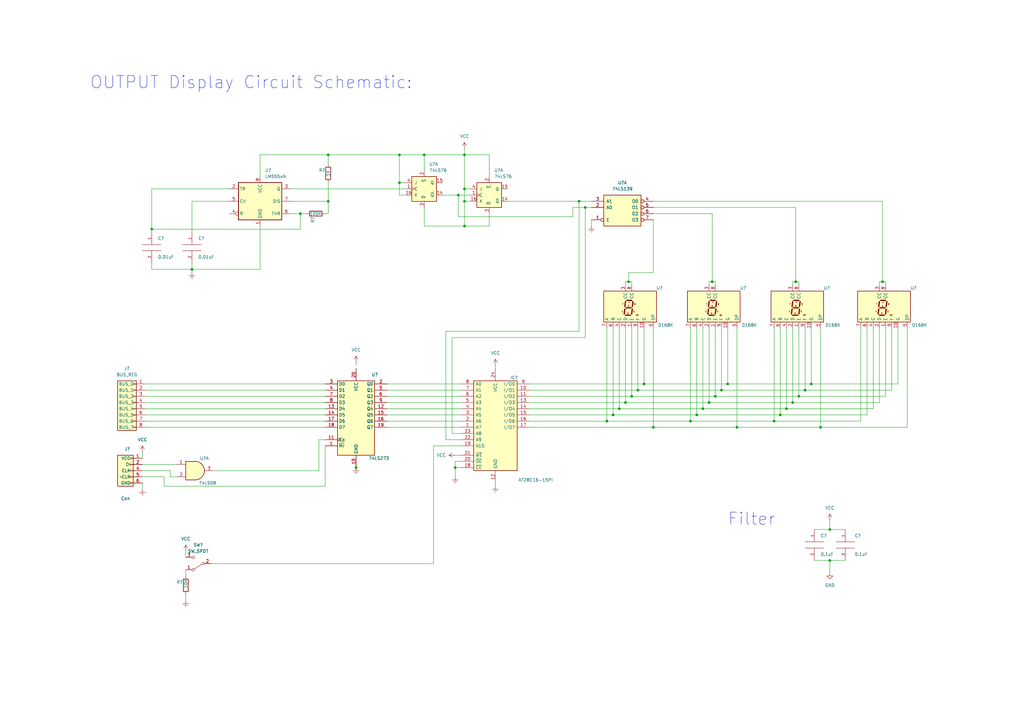
<source format=kicad_sch>
(kicad_sch (version 20211123) (generator eeschema)
  (paper "A3")
  (lib_symbols
    (symbol "74xx:74LS08" (pin_names (offset 1.016))
      (property "Reference" "U" (at 0 1.27 0))
      (property "Value" "74LS08" (at 0 -1.27 0))
      (symbol "74LS08_1_1"
        (arc (start 0 -3.81) (mid 3.81 0) (end 0 3.81) (stroke (width 0.254)) (fill (type background)))
        (polyline (pts (xy 0 3.81) (xy -3.81 3.81) (xy -3.81 -3.81) (xy 0 -3.81)) (stroke (width 0.254)) (fill (type background)))
        (pin input line (at -7.62 2.54 0) (length 3.81) (name "~") (number "1"))
        (pin input line (at -7.62 -2.54 0) (length 3.81) (name "~") (number "2"))
        (pin output line (at 7.62 0 180) (length 3.81) (name "~") (number "3"))
      )
      (symbol "74LS08_1_2"
        (arc (start -3.81 -3.81) (mid -2.589 0) (end -3.81 3.81) (stroke (width 0.254)))
        (arc (start -0.6096 -3.81) (mid 2.1842 -2.5851) (end 3.81 0) (stroke (width 0.254)) (fill (type background)))
        (polyline (pts (xy -3.81 -3.81) (xy -0.635 -3.81)) (stroke (width 0.254)) (fill (type background)))
        (polyline (pts (xy -3.81 3.81) (xy -0.635 3.81)) (stroke (width 0.254)) (fill (type background)))
        (polyline (pts (xy -0.635 3.81) (xy -3.81 3.81) (xy -3.81 3.81) (xy -3.556 3.4036) (xy -3.0226 2.2606) (xy -2.6924 1.0414) (xy -2.6162 -0.254) (xy -2.7686 -1.4986) (xy -3.175 -2.7178) (xy -3.81 -3.81) (xy -3.81 -3.81) (xy -0.635 -3.81)) (stroke (width -25.4)) (fill (type background)))
        (arc (start 3.81 0) (mid 2.1915 2.5936) (end -0.6096 3.81) (stroke (width 0.254)) (fill (type background)))
        (pin input inverted (at -7.62 2.54 0) (length 4.318) (name "~") (number "1"))
        (pin input inverted (at -7.62 -2.54 0) (length 4.318) (name "~") (number "2"))
        (pin output inverted (at 7.62 0 180) (length 3.81) (name "~") (number "3"))
      )
      (symbol "74LS08_2_1"
        (arc (start 0 -3.81) (mid 3.81 0) (end 0 3.81) (stroke (width 0.254)) (fill (type background)))
        (polyline (pts (xy 0 3.81) (xy -3.81 3.81) (xy -3.81 -3.81) (xy 0 -3.81)) (stroke (width 0.254)) (fill (type background)))
        (pin input line (at -7.62 2.54 0) (length 3.81) (name "~") (number "4"))
        (pin input line (at -7.62 -2.54 0) (length 3.81) (name "~") (number "5"))
        (pin output line (at 7.62 0 180) (length 3.81) (name "~") (number "6"))
      )
      (symbol "74LS08_2_2"
        (arc (start -3.81 -3.81) (mid -2.589 0) (end -3.81 3.81) (stroke (width 0.254)))
        (arc (start -0.6096 -3.81) (mid 2.1842 -2.5851) (end 3.81 0) (stroke (width 0.254)) (fill (type background)))
        (polyline (pts (xy -3.81 -3.81) (xy -0.635 -3.81)) (stroke (width 0.254)) (fill (type background)))
        (polyline (pts (xy -3.81 3.81) (xy -0.635 3.81)) (stroke (width 0.254)) (fill (type background)))
        (polyline (pts (xy -0.635 3.81) (xy -3.81 3.81) (xy -3.81 3.81) (xy -3.556 3.4036) (xy -3.0226 2.2606) (xy -2.6924 1.0414) (xy -2.6162 -0.254) (xy -2.7686 -1.4986) (xy -3.175 -2.7178) (xy -3.81 -3.81) (xy -3.81 -3.81) (xy -0.635 -3.81)) (stroke (width -25.4)) (fill (type background)))
        (arc (start 3.81 0) (mid 2.1915 2.5936) (end -0.6096 3.81) (stroke (width 0.254)) (fill (type background)))
        (pin input inverted (at -7.62 2.54 0) (length 4.318) (name "~") (number "4"))
        (pin input inverted (at -7.62 -2.54 0) (length 4.318) (name "~") (number "5"))
        (pin output inverted (at 7.62 0 180) (length 3.81) (name "~") (number "6"))
      )
      (symbol "74LS08_3_1"
        (arc (start 0 -3.81) (mid 3.81 0) (end 0 3.81) (stroke (width 0.254)) (fill (type background)))
        (polyline (pts (xy 0 3.81) (xy -3.81 3.81) (xy -3.81 -3.81) (xy 0 -3.81)) (stroke (width 0.254)) (fill (type background)))
        (pin input line (at -7.62 -2.54 0) (length 3.81) (name "~") (number "10"))
        (pin output line (at 7.62 0 180) (length 3.81) (name "~") (number "8"))
        (pin input line (at -7.62 2.54 0) (length 3.81) (name "~") (number "9"))
      )
      (symbol "74LS08_3_2"
        (arc (start -3.81 -3.81) (mid -2.589 0) (end -3.81 3.81) (stroke (width 0.254)))
        (arc (start -0.6096 -3.81) (mid 2.1842 -2.5851) (end 3.81 0) (stroke (width 0.254)) (fill (type background)))
        (polyline (pts (xy -3.81 -3.81) (xy -0.635 -3.81)) (stroke (width 0.254)) (fill (type background)))
        (polyline (pts (xy -3.81 3.81) (xy -0.635 3.81)) (stroke (width 0.254)) (fill (type background)))
        (polyline (pts (xy -0.635 3.81) (xy -3.81 3.81) (xy -3.81 3.81) (xy -3.556 3.4036) (xy -3.0226 2.2606) (xy -2.6924 1.0414) (xy -2.6162 -0.254) (xy -2.7686 -1.4986) (xy -3.175 -2.7178) (xy -3.81 -3.81) (xy -3.81 -3.81) (xy -0.635 -3.81)) (stroke (width -25.4)) (fill (type background)))
        (arc (start 3.81 0) (mid 2.1915 2.5936) (end -0.6096 3.81) (stroke (width 0.254)) (fill (type background)))
        (pin input inverted (at -7.62 -2.54 0) (length 4.318) (name "~") (number "10"))
        (pin output inverted (at 7.62 0 180) (length 3.81) (name "~") (number "8"))
        (pin input inverted (at -7.62 2.54 0) (length 4.318) (name "~") (number "9"))
      )
      (symbol "74LS08_4_1"
        (arc (start 0 -3.81) (mid 3.81 0) (end 0 3.81) (stroke (width 0.254)) (fill (type background)))
        (polyline (pts (xy 0 3.81) (xy -3.81 3.81) (xy -3.81 -3.81) (xy 0 -3.81)) (stroke (width 0.254)) (fill (type background)))
        (pin output line (at 7.62 0 180) (length 3.81) (name "~") (number "11"))
        (pin input line (at -7.62 2.54 0) (length 3.81) (name "~") (number "12"))
        (pin input line (at -7.62 -2.54 0) (length 3.81) (name "~") (number "13"))
      )
      (symbol "74LS08_4_2"
        (arc (start -3.81 -3.81) (mid -2.589 0) (end -3.81 3.81) (stroke (width 0.254)))
        (arc (start -0.6096 -3.81) (mid 2.1842 -2.5851) (end 3.81 0) (stroke (width 0.254)) (fill (type background)))
        (polyline (pts (xy -3.81 -3.81) (xy -0.635 -3.81)) (stroke (width 0.254)) (fill (type background)))
        (polyline (pts (xy -3.81 3.81) (xy -0.635 3.81)) (stroke (width 0.254)) (fill (type background)))
        (polyline (pts (xy -0.635 3.81) (xy -3.81 3.81) (xy -3.81 3.81) (xy -3.556 3.4036) (xy -3.0226 2.2606) (xy -2.6924 1.0414) (xy -2.6162 -0.254) (xy -2.7686 -1.4986) (xy -3.175 -2.7178) (xy -3.81 -3.81) (xy -3.81 -3.81) (xy -0.635 -3.81)) (stroke (width -25.4)) (fill (type background)))
        (arc (start 3.81 0) (mid 2.1915 2.5936) (end -0.6096 3.81) (stroke (width 0.254)) (fill (type background)))
        (pin output inverted (at 7.62 0 180) (length 3.81) (name "~") (number "11"))
        (pin input inverted (at -7.62 2.54 0) (length 4.318) (name "~") (number "12"))
        (pin input inverted (at -7.62 -2.54 0) (length 4.318) (name "~") (number "13"))
      )
      (symbol "74LS08_5_0"
        (pin power_in line (at 0 12.7 270) (length 5.08) (name "VCC") (number "14"))
        (pin power_in line (at 0 -12.7 90) (length 5.08) (name "GND") (number "7"))
      )
      (symbol "74LS08_5_1"
        (rectangle (start -5.08 7.62) (end 5.08 -7.62) (stroke (width 0.254)) (fill (type background)))
      )
    )
    (symbol "74xx:74LS139" (pin_names (offset 1.016))
      (property "Reference" "U" (at -7.62 8.89 0))
      (property "Value" "74LS139" (at -7.62 -8.89 0))
      (symbol "74LS139_1_0"
        (pin input inverted (at -12.7 -5.08 0) (length 5.08) (name "E") (number "1"))
        (pin input line (at -12.7 0 0) (length 5.08) (name "A0") (number "2"))
        (pin input line (at -12.7 2.54 0) (length 5.08) (name "A1") (number "3"))
        (pin output inverted (at 12.7 2.54 180) (length 5.08) (name "O0") (number "4"))
        (pin output inverted (at 12.7 0 180) (length 5.08) (name "O1") (number "5"))
        (pin output inverted (at 12.7 -2.54 180) (length 5.08) (name "O2") (number "6"))
        (pin output inverted (at 12.7 -5.08 180) (length 5.08) (name "O3") (number "7"))
      )
      (symbol "74LS139_1_1"
        (rectangle (start -7.62 5.08) (end 7.62 -7.62) (stroke (width 0.254)) (fill (type background)))
      )
      (symbol "74LS139_2_0"
        (pin output inverted (at 12.7 -2.54 180) (length 5.08) (name "O2") (number "10"))
        (pin output inverted (at 12.7 0 180) (length 5.08) (name "O1") (number "11"))
        (pin output inverted (at 12.7 2.54 180) (length 5.08) (name "O0") (number "12"))
        (pin input line (at -12.7 2.54 0) (length 5.08) (name "A1") (number "13"))
        (pin input line (at -12.7 0 0) (length 5.08) (name "A0") (number "14"))
        (pin input inverted (at -12.7 -5.08 0) (length 5.08) (name "E") (number "15"))
        (pin output inverted (at 12.7 -5.08 180) (length 5.08) (name "O3") (number "9"))
      )
      (symbol "74LS139_2_1"
        (rectangle (start -7.62 5.08) (end 7.62 -7.62) (stroke (width 0.254)) (fill (type background)))
      )
      (symbol "74LS139_3_0"
        (pin power_in line (at 0 12.7 270) (length 5.08) (name "VCC") (number "16"))
        (pin power_in line (at 0 -12.7 90) (length 5.08) (name "GND") (number "8"))
      )
      (symbol "74LS139_3_1"
        (rectangle (start -5.08 7.62) (end 5.08 -7.62) (stroke (width 0.254)) (fill (type background)))
      )
    )
    (symbol "74xx:74LS273"
      (property "Reference" "U?" (at 6.35 16.51 0))
      (property "Value" "74LS273" (at 5.08 -17.78 0))
      (symbol "74LS273_1_0"
        (pin input line (at -12.7 -12.7 0) (length 5.08) (name "~{Mr}") (number "1"))
        (pin power_in line (at 0 -21.59 90) (length 5.08) (name "GND") (number "10"))
        (pin input clock (at -12.7 -10.16 0) (length 5.08) (name "Cp") (number "11"))
        (pin output line (at 12.7 2.54 180) (length 5.08) (name "Q4") (number "12"))
        (pin input line (at -12.7 2.54 0) (length 5.08) (name "D4") (number "13"))
        (pin input line (at -12.7 0 0) (length 5.08) (name "D5") (number "14"))
        (pin output line (at 12.7 0 180) (length 5.08) (name "Q5") (number "15"))
        (pin output line (at 12.7 -2.54 180) (length 5.08) (name "Q6") (number "16"))
        (pin input line (at -12.7 -2.54 0) (length 5.08) (name "D6") (number "17"))
        (pin input line (at -12.7 -5.08 0) (length 5.08) (name "D7") (number "18"))
        (pin output line (at 12.7 -5.08 180) (length 5.08) (name "Q7") (number "19"))
        (pin output line (at 12.7 12.7 180) (length 5.08) (name "Q0") (number "2"))
        (pin power_in line (at 0 19.05 270) (length 5.08) (name "VCC") (number "20"))
        (pin input line (at -12.7 12.7 0) (length 5.08) (name "D0") (number "3"))
        (pin input line (at -12.7 10.16 0) (length 5.08) (name "D1") (number "4"))
        (pin output line (at 12.7 10.16 180) (length 5.08) (name "Q1") (number "5"))
        (pin output line (at 12.7 7.62 180) (length 5.08) (name "Q2") (number "6"))
        (pin input line (at -12.7 7.62 0) (length 5.08) (name "D2") (number "7"))
        (pin input line (at -12.7 5.08 0) (length 5.08) (name "D3") (number "8"))
        (pin output line (at 12.7 5.08 180) (length 5.08) (name "Q3") (number "9"))
      )
      (symbol "74LS273_1_1"
        (rectangle (start -7.62 13.97) (end 7.62 -16.51) (stroke (width 0.254)) (fill (type background)))
      )
    )
    (symbol "74xx:74LS76" (pin_names (offset 1.016))
      (property "Reference" "U" (at -7.62 8.89 0))
      (property "Value" "74LS76" (at -7.62 -8.89 0))
      (symbol "74LS76_1_0"
        (pin input clock (at -7.62 0 0) (length 2.54) (name "C") (number "1"))
        (pin output line (at 7.62 -2.54 180) (length 2.54) (name "~{Q}") (number "14"))
        (pin output line (at 7.62 2.54 180) (length 2.54) (name "Q") (number "15"))
        (pin input line (at -7.62 -2.54 0) (length 2.54) (name "K") (number "16"))
        (pin input line (at 0 7.62 270) (length 2.54) (name "~{S}") (number "2"))
        (pin input line (at 0 -7.62 90) (length 2.54) (name "~{R}") (number "3"))
        (pin input line (at -7.62 2.54 0) (length 2.54) (name "J") (number "4"))
      )
      (symbol "74LS76_1_1"
        (rectangle (start -5.08 5.08) (end 5.08 -5.08) (stroke (width 0.254)) (fill (type background)))
      )
      (symbol "74LS76_2_0"
        (pin output line (at 7.62 -2.54 180) (length 2.54) (name "~{Q}") (number "10"))
        (pin output line (at 7.62 2.54 180) (length 2.54) (name "Q") (number "11"))
        (pin input line (at -7.62 -2.54 0) (length 2.54) (name "K") (number "12"))
        (pin input clock (at -7.62 0 0) (length 2.54) (name "C") (number "6"))
        (pin input line (at 0 7.62 270) (length 2.54) (name "~{S}") (number "7"))
        (pin input line (at 0 -7.62 90) (length 2.54) (name "~{R}") (number "8"))
        (pin input line (at -7.62 2.54 0) (length 2.54) (name "J") (number "9"))
      )
      (symbol "74LS76_2_1"
        (rectangle (start -5.08 5.08) (end 5.08 -5.08) (stroke (width 0.254)) (fill (type background)))
      )
      (symbol "74LS76_3_0"
        (pin power_in line (at 0 -10.16 90) (length 2.54) (name "GND") (number "13"))
        (pin power_in line (at 0 10.16 270) (length 2.54) (name "VCC") (number "5"))
      )
      (symbol "74LS76_3_1"
        (rectangle (start -5.08 7.62) (end 5.08 -7.62) (stroke (width 0.254)) (fill (type background)))
      )
    )
    (symbol "Connector_Generic:Conn_01x06" (pin_names (offset 1.016))
      (property "Reference" "J?" (at 0 8.89 0))
      (property "Value" "Con" (at 0 -11.43 0))
      (symbol "Conn_01x06_1_1"
        (rectangle (start -1.27 -4.953) (end 0 -5.207) (stroke (width 0.1524)))
        (rectangle (start -1.27 -2.413) (end 0 -2.667) (stroke (width 0.1524)))
        (rectangle (start -1.27 0.127) (end 0 -0.127) (stroke (width 0.1524)))
        (rectangle (start -1.27 2.667) (end 0 2.413) (stroke (width 0.1524)))
        (rectangle (start -1.27 5.207) (end 0 4.953) (stroke (width 0.1524)))
        (rectangle (start -1.27 6.35) (end 5.08 -6.35) (stroke (width 0.254)) (fill (type background)))
        (pin passive line (at -5.08 5.08 0) (length 3.81) (name "VCC") (number "1"))
        (pin passive line (at -5.08 2.54 0) (length 3.81) (name "OI") (number "2"))
        (pin passive line (at -5.08 0 0) (length 3.81) (name "CLK") (number "4"))
        (pin passive line (at -5.08 -2.54 0) (length 3.81) (name "~CLR") (number "5"))
        (pin passive line (at -5.08 -5.08 0) (length 3.81) (name "GND") (number "6"))
      )
    )
    (symbol "D168K_1"
      (property "Reference" "U?" (at 12.7 1.27 0))
      (property "Value" "D168K" (at 15.24 -13.97 0))
      (symbol "D168K_1_0_0"
        (text "A" (at 0.254 -4.572 0) (effects (font (size 0.508 0.508))))
        (text "B" (at 2.54 -5.334 0) (effects (font (size 0.508 0.508))))
        (text "C" (at 2.286 -8.382 0) (effects (font (size 0.508 0.508))))
        (text "D" (at -0.254 -9.144 0) (effects (font (size 0.508 0.508))))
        (text "DP" (at 3.556 -9.906 0) (effects (font (size 0.508 0.508))))
        (text "E" (at -2.54 -8.382 0) (effects (font (size 0.508 0.508))))
        (text "F" (at -2.286 -5.334 0) (effects (font (size 0.508 0.508))))
        (text "G" (at 0 -6.096 0) (effects (font (size 0.508 0.508))))
      )
      (symbol "D168K_1_0_1"
        (rectangle (start -10.16 0) (end 11.43 -12.7) (stroke (width 0.254)) (fill (type background)))
        (polyline (pts (xy -1.524 -7.366) (xy -1.778 -9.398)) (stroke (width 0.508)))
        (polyline (pts (xy -1.27 -9.906) (xy 0.762 -9.906)) (stroke (width 0.508)))
        (polyline (pts (xy -1.27 -4.318) (xy -1.524 -6.35)) (stroke (width 0.508)))
        (polyline (pts (xy -1.016 -6.858) (xy 1.016 -6.858)) (stroke (width 0.508)))
        (polyline (pts (xy -0.762 -3.81) (xy 1.27 -3.81)) (stroke (width 0.508)))
        (polyline (pts (xy 1.524 -7.366) (xy 1.27 -9.398)) (stroke (width 0.508)))
        (polyline (pts (xy 1.778 -4.318) (xy 1.524 -6.35)) (stroke (width 0.508)))
        (polyline (pts (xy 2.54 -9.906) (xy 2.54 -9.906)) (stroke (width 0.508)))
      )
      (symbol "D168K_1_1_1"
        (pin input line (at 1.27 -15.24 90) (length 2.54) (name "E") (number "1"))
        (pin input line (at 6.35 -15.24 90) (length 2.54) (name "G") (number "10"))
        (pin input line (at -1.27 -15.24 90) (length 2.54) (name "D") (number "2"))
        (pin input line (at -1.27 2.54 270) (length 2.54) (name "CC") (number "3"))
        (pin input line (at -3.81 -15.24 90) (length 2.54) (name "C") (number "4"))
        (pin input line (at 10.16 -15.24 90) (length 2.54) (name "DP") (number "5"))
        (pin input line (at -6.35 -15.24 90) (length 2.54) (name "B") (number "6"))
        (pin input line (at -8.89 -15.24 90) (length 2.54) (name "A") (number "7"))
        (pin input line (at 1.27 2.54 270) (length 2.54) (name "CC") (number "8"))
        (pin input line (at 3.81 -15.24 90) (length 2.54) (name "F") (number "9"))
      )
    )
    (symbol "Device:R" (pin_numbers hide) (pin_names (offset 0))
      (property "Reference" "R" (at 2.032 0 90))
      (property "Value" "R" (at 0 0 90))
      (symbol "R_0_1"
        (rectangle (start -1.016 -2.54) (end 1.016 2.54) (stroke (width 0.254)))
      )
      (symbol "R_1_1"
        (pin passive line (at 0 3.81 270) (length 1.27) (name "~") (number "1"))
        (pin passive line (at 0 -3.81 90) (length 1.27) (name "~") (number "2"))
      )
    )
    (symbol "Register_A_Library:BUS_REG" (pin_names (offset 1.016))
      (property "Reference" "J?" (at 0 16.51 0))
      (property "Value" "BUS_REG" (at 0 13.97 0))
      (symbol "BUS_REG_1_1"
        (rectangle (start -1.27 -10.033) (end 0 -10.287) (stroke (width 0.1524)))
        (rectangle (start -1.27 -7.493) (end 0 -7.747) (stroke (width 0.1524)))
        (rectangle (start -1.27 -4.953) (end 0 -5.207) (stroke (width 0.1524)))
        (rectangle (start -1.27 -2.413) (end 0 -2.667) (stroke (width 0.1524)))
        (rectangle (start -1.27 0.127) (end 0 -0.127) (stroke (width 0.1524)))
        (rectangle (start -1.27 2.667) (end 0 2.413) (stroke (width 0.1524)))
        (rectangle (start -1.27 5.207) (end 0 4.953) (stroke (width 0.1524)))
        (rectangle (start -1.27 7.747) (end 0 7.493) (stroke (width 0.1524)))
        (rectangle (start -1.27 8.89) (end 6.35 -11.43) (stroke (width 0.254)) (fill (type background)))
        (pin passive line (at -5.08 7.62 0) (length 3.81) (name "BUS_0") (number "1"))
        (pin passive line (at -5.08 5.08 0) (length 3.81) (name "BUS_1") (number "2"))
        (pin passive line (at -5.08 2.54 0) (length 3.81) (name "BUS_2") (number "3"))
        (pin passive line (at -5.08 0 0) (length 3.81) (name "BUS_3") (number "4"))
        (pin passive line (at -5.08 -2.54 0) (length 3.81) (name "BUS_4") (number "5"))
        (pin passive line (at -5.08 -5.08 0) (length 3.81) (name "BUS_5") (number "6"))
        (pin passive line (at -5.08 -7.62 0) (length 3.81) (name "BUS_6") (number "7"))
        (pin passive line (at -5.08 -10.16 0) (length 3.81) (name "BUS_7") (number "8"))
      )
    )
    (symbol "SamacSys_Parts:AT28C16-15PI" (pin_names (offset 0.762))
      (property "Reference" "IC?" (at -1.27 3.81 0))
      (property "Value" "AT28C16-15PI" (at 7.62 -38.1 0))
      (symbol "AT28C16-15PI_0_0"
        (pin passive line (at -22.86 -16.51 0) (length 5.08) (name "A7") (number "1"))
        (pin passive line (at 5.08 -1.27 180) (length 5.08) (name "I/O1") (number "10"))
        (pin passive line (at 5.08 -3.81 180) (length 5.08) (name "I/O2") (number "11"))
        (pin passive line (at -8.89 -39.37 90) (length 5.08) (name "GND") (number "12"))
        (pin passive line (at 5.08 -6.35 180) (length 5.08) (name "I/O3") (number "13"))
        (pin passive line (at 5.08 -8.89 180) (length 5.08) (name "I/O4") (number "14"))
        (pin passive line (at 5.08 -11.43 180) (length 5.08) (name "I/O5") (number "15"))
        (pin passive line (at 5.08 -13.97 180) (length 5.08) (name "I/O6") (number "16"))
        (pin passive line (at 5.08 -16.51 180) (length 5.08) (name "I/O7") (number "17"))
        (pin passive line (at -22.86 -33.02 0) (length 5.08) (name "~{CE}") (number "18"))
        (pin passive line (at -22.86 -24.13 0) (length 5.08) (name "A10") (number "19"))
        (pin passive line (at -22.86 -13.97 0) (length 5.08) (name "A6") (number "2"))
        (pin passive line (at -22.86 -30.48 0) (length 5.08) (name "~{OE}") (number "20"))
        (pin passive line (at -22.86 -27.94 0) (length 5.08) (name "~{WE}") (number "21"))
        (pin passive line (at -22.86 -21.59 0) (length 5.08) (name "A9") (number "22"))
        (pin passive line (at -22.86 -19.05 0) (length 5.08) (name "A8") (number "23"))
        (pin passive line (at -8.89 7.62 270) (length 5.08) (name "VCC") (number "24"))
        (pin passive line (at -22.86 -11.43 0) (length 5.08) (name "A5") (number "3"))
        (pin passive line (at -22.86 -8.89 0) (length 5.08) (name "A4") (number "4"))
        (pin passive line (at -22.86 -6.35 0) (length 5.08) (name "A3") (number "5"))
        (pin passive line (at -22.86 -3.81 0) (length 5.08) (name "A2") (number "6"))
        (pin passive line (at -22.86 -1.27 0) (length 5.08) (name "A1") (number "7"))
        (pin passive line (at -22.86 1.27 0) (length 5.08) (name "A0") (number "8"))
        (pin passive line (at 5.08 1.27 180) (length 5.08) (name "I/O0") (number "9"))
      )
      (symbol "AT28C16-15PI_0_1"
        (polyline (pts (xy -17.78 2.54) (xy 0 2.54) (xy 0 -34.29) (xy -17.78 -34.29) (xy -17.78 2.54)) (stroke (width 0.254)) (fill (type background)))
      )
    )
    (symbol "Switch:SW_SPDT" (pin_names (offset 0) hide)
      (property "Reference" "SW" (at 0 4.318 0))
      (property "Value" "SW_SPDT" (at 0 -5.08 0))
      (symbol "SW_SPDT_0_0"
        (circle (center -2.032 0) (radius 0.508))
        (circle (center 2.032 -2.54) (radius 0.508))
      )
      (symbol "SW_SPDT_0_1"
        (polyline (pts (xy -1.524 0.254) (xy 1.651 2.286)))
        (circle (center 2.032 2.54) (radius 0.508))
      )
      (symbol "SW_SPDT_1_1"
        (pin passive line (at 5.08 2.54 180) (length 2.54) (name "A") (number "1"))
        (pin passive line (at -5.08 0 0) (length 2.54) (name "B") (number "2"))
        (pin passive line (at 5.08 -2.54 180) (length 2.54) (name "C") (number "3"))
      )
    )
    (symbol "Timer:LM555xN"
      (property "Reference" "U" (at -10.16 8.89 0))
      (property "Value" "LM555xN" (at 2.54 8.89 0))
      (symbol "LM555xN_0_0"
        (pin power_in line (at 0 -10.16 90) (length 2.54) (name "GND") (number "1"))
        (pin power_in line (at 0 10.16 270) (length 2.54) (name "VCC") (number "8"))
      )
      (symbol "LM555xN_0_1"
        (rectangle (start -8.89 -7.62) (end 8.89 7.62) (stroke (width 0.254)) (fill (type background)))
        (rectangle (start -8.89 -7.62) (end 8.89 7.62) (stroke (width 0.254)) (fill (type background)))
      )
      (symbol "LM555xN_1_1"
        (pin input line (at -12.7 5.08 0) (length 3.81) (name "TR") (number "2"))
        (pin output line (at 12.7 5.08 180) (length 3.81) (name "Q") (number "3"))
        (pin input inverted (at -12.7 -5.08 0) (length 3.81) (name "R") (number "4"))
        (pin input line (at -12.7 0 0) (length 3.81) (name "CV") (number "5"))
        (pin input line (at 12.7 -5.08 180) (length 3.81) (name "THR") (number "6"))
        (pin input line (at 12.7 0 180) (length 3.81) (name "DIS") (number "7"))
      )
    )
    (symbol "power:Earth" (power) (pin_names (offset 0))
      (symbol "Earth_0_1"
        (polyline (pts (xy -0.635 -1.905) (xy 0.635 -1.905)))
        (polyline (pts (xy -0.127 -2.54) (xy 0.127 -2.54)))
        (polyline (pts (xy 0 -1.27) (xy 0 0)))
        (polyline (pts (xy 1.27 -1.27) (xy -1.27 -1.27)))
      )
      (symbol "Earth_1_1"
        (pin power_in line (at 0 0 270) (length 0) hide (name "Earth") (number "1"))
      )
    )
    (symbol "power:GND" (power) (pin_names (offset 0))
      (property "Value" "GND" (at 0 -3.81 0))
      (symbol "GND_0_1"
        (polyline (pts (xy 0 0) (xy 0 -1.27) (xy 1.27 -1.27) (xy 0 -2.54) (xy -1.27 -1.27) (xy 0 -1.27)))
      )
      (symbol "GND_1_1"
        (pin power_in line (at 0 0 270) (length 0) hide (name "GND") (number "1"))
      )
    )
    (symbol "power:VCC" (power) (pin_names (offset 0))
      (property "Value" "VCC" (at 0 3.81 0))
      (symbol "VCC_0_1"
        (polyline (pts (xy -0.762 1.27) (xy 0 2.54)))
        (polyline (pts (xy 0 0) (xy 0 2.54)))
        (polyline (pts (xy 0 2.54) (xy 0.762 1.27)))
      )
      (symbol "VCC_1_1"
        (pin power_in line (at 0 0 90) (length 0) hide (name "VCC") (number "1"))
      )
    )
    (symbol "pspice:CAP" (pin_names (offset 0.254))
      (property "Reference" "C" (at 2.54 3.81 90))
      (property "Value" "CAP" (at 2.54 -3.81 90))
      (symbol "CAP_0_1"
        (polyline (pts (xy -3.81 -1.27) (xy 3.81 -1.27)))
        (polyline (pts (xy -3.81 1.27) (xy 3.81 1.27)))
      )
      (symbol "CAP_1_1"
        (pin passive line (at 0 6.35 270) (length 5.08) (name "~") (number "1"))
        (pin passive line (at 0 -6.35 90) (length 5.08) (name "~") (number "2"))
      )
    )
  )
  (junction (at 327.66 162.56))
  (junction (at 295.91 160.02))
  (junction (at 190.5 63.5))
  (junction (at 332.74 157.48))
  (junction (at 251.46 170.18))
  (junction (at 190.5 77.47))
  (junction (at 62.23 93.98))
  (junction (at 317.5 172.72))
  (junction (at 322.58 167.64))
  (junction (at 123.19 87.63))
  (junction (at 292.1 115.57))
  (junction (at 320.04 170.18))
  (junction (at 173.99 63.5))
  (junction (at 340.36 229.87))
  (junction (at 134.62 82.55))
  (junction (at 256.54 165.1))
  (junction (at 283.21 172.72))
  (junction (at 190.5 82.55))
  (junction (at 134.62 63.5))
  (junction (at 264.16 157.48))
  (junction (at 78.74 110.49))
  (junction (at 361.95 115.57))
  (junction (at 187.96 80.01))
  (junction (at 298.45 157.48))
  (junction (at 336.55 175.26))
  (junction (at 240.03 85.09))
  (junction (at 326.39 115.57))
  (junction (at 190.5 92.71))
  (junction (at 261.62 160.02))
  (junction (at 248.92 172.72))
  (junction (at 302.26 175.26))
  (junction (at 259.08 162.56))
  (junction (at 340.36 217.17))
  (junction (at 330.2 160.02))
  (junction (at 163.83 63.5))
  (junction (at 293.37 162.56))
  (junction (at 186.69 191.77))
  (junction (at 288.29 167.64))
  (junction (at 254 167.64))
  (junction (at 325.12 165.1))
  (junction (at 267.97 175.26))
  (junction (at 237.49 82.55))
  (junction (at 163.83 74.93))
  (junction (at 257.81 115.57))
  (junction (at 290.83 165.1))
  (junction (at 146.05 191.77))
  (junction (at 285.75 170.18))
  (wire (pts (xy 267.97 87.63) (xy 292.1 87.63)))
  (wire (pts (xy 360.68 116.84) (xy 360.68 115.57)))
  (wire (pts (xy 59.69 160.02) (xy 133.35 160.02)))
  (wire (pts (xy 298.45 157.48) (xy 332.74 157.48)))
  (wire (pts (xy 134.62 63.5) (xy 134.62 67.31)))
  (wire (pts (xy 251.46 170.18) (xy 285.75 170.18)))
  (wire (pts (xy 163.83 74.93) (xy 163.83 80.01)))
  (wire (pts (xy 186.69 189.23) (xy 186.69 191.77)))
  (wire (pts (xy 217.17 170.18) (xy 251.46 170.18)))
  (wire (pts (xy 200.66 92.71) (xy 200.66 87.63)))
  (wire (pts (xy 208.28 82.55) (xy 237.49 82.55)))
  (wire (pts (xy 290.83 116.84) (xy 290.83 115.57)))
  (wire (pts (xy 340.36 229.87) (xy 340.36 234.95)))
  (wire (pts (xy 134.62 87.63) (xy 134.62 82.55)))
  (wire (pts (xy 372.11 175.26) (xy 372.11 134.62)))
  (wire (pts (xy 166.37 80.01) (xy 163.83 80.01)))
  (wire (pts (xy 185.42 138.43) (xy 185.42 177.8)))
  (wire (pts (xy 327.66 115.57) (xy 327.66 116.84)))
  (wire (pts (xy 158.75 157.48) (xy 189.23 157.48)))
  (wire (pts (xy 158.75 162.56) (xy 189.23 162.56)))
  (wire (pts (xy 353.06 172.72) (xy 353.06 134.62)))
  (wire (pts (xy 325.12 165.1) (xy 360.68 165.1)))
  (wire (pts (xy 302.26 175.26) (xy 336.55 175.26)))
  (wire (pts (xy 292.1 115.57) (xy 293.37 115.57)))
  (wire (pts (xy 340.36 229.87) (xy 346.71 229.87)))
  (wire (pts (xy 293.37 134.62) (xy 293.37 162.56)))
  (wire (pts (xy 187.96 80.01) (xy 187.96 88.9)))
  (wire (pts (xy 173.99 63.5) (xy 173.99 69.85)))
  (wire (pts (xy 256.54 165.1) (xy 290.83 165.1)))
  (wire (pts (xy 248.92 134.62) (xy 248.92 172.72)))
  (wire (pts (xy 330.2 134.62) (xy 330.2 160.02)))
  (wire (pts (xy 62.23 93.98) (xy 123.19 93.98)))
  (wire (pts (xy 59.69 175.26) (xy 133.35 175.26)))
  (wire (pts (xy 217.17 175.26) (xy 267.97 175.26)))
  (wire (pts (xy 242.57 85.09) (xy 240.03 85.09)))
  (wire (pts (xy 158.75 175.26) (xy 189.23 175.26)))
  (wire (pts (xy 190.5 92.71) (xy 200.66 92.71)))
  (wire (pts (xy 330.2 160.02) (xy 365.76 160.02)))
  (wire (pts (xy 259.08 115.57) (xy 259.08 116.84)))
  (wire (pts (xy 322.58 134.62) (xy 322.58 167.64)))
  (wire (pts (xy 288.29 134.62) (xy 288.29 167.64)))
  (wire (pts (xy 67.31 195.58) (xy 67.31 199.39)))
  (wire (pts (xy 158.75 167.64) (xy 189.23 167.64)))
  (wire (pts (xy 325.12 134.62) (xy 325.12 165.1)))
  (wire (pts (xy 190.5 77.47) (xy 190.5 63.5)))
  (wire (pts (xy 189.23 189.23) (xy 186.69 189.23)))
  (wire (pts (xy 340.36 213.36) (xy 340.36 217.17)))
  (wire (pts (xy 177.8 182.88) (xy 177.8 231.14)))
  (wire (pts (xy 163.83 74.93) (xy 166.37 74.93)))
  (wire (pts (xy 288.29 167.64) (xy 322.58 167.64)))
  (wire (pts (xy 59.69 157.48) (xy 133.35 157.48)))
  (wire (pts (xy 327.66 134.62) (xy 327.66 162.56)))
  (wire (pts (xy 186.69 191.77) (xy 189.23 191.77)))
  (wire (pts (xy 326.39 115.57) (xy 327.66 115.57)))
  (wire (pts (xy 259.08 134.62) (xy 259.08 162.56)))
  (wire (pts (xy 336.55 134.62) (xy 336.55 175.26)))
  (wire (pts (xy 293.37 162.56) (xy 327.66 162.56)))
  (wire (pts (xy 360.68 115.57) (xy 361.95 115.57)))
  (wire (pts (xy 283.21 172.72) (xy 317.5 172.72)))
  (wire (pts (xy 240.03 85.09) (xy 240.03 138.43)))
  (wire (pts (xy 133.35 87.63) (xy 134.62 87.63)))
  (wire (pts (xy 334.01 229.87) (xy 340.36 229.87)))
  (wire (pts (xy 361.95 115.57) (xy 363.22 115.57)))
  (wire (pts (xy 327.66 162.56) (xy 363.22 162.56)))
  (wire (pts (xy 298.45 134.62) (xy 298.45 157.48)))
  (wire (pts (xy 67.31 199.39) (xy 133.35 199.39)))
  (wire (pts (xy 368.3 134.62) (xy 368.3 157.48)))
  (wire (pts (xy 190.5 60.96) (xy 190.5 63.5)))
  (wire (pts (xy 340.36 217.17) (xy 334.01 217.17)))
  (wire (pts (xy 257.81 111.76) (xy 257.81 115.57)))
  (wire (pts (xy 285.75 170.18) (xy 320.04 170.18)))
  (wire (pts (xy 358.14 134.62) (xy 358.14 167.64)))
  (wire (pts (xy 106.68 92.71) (xy 106.68 110.49)))
  (wire (pts (xy 257.81 115.57) (xy 259.08 115.57)))
  (wire (pts (xy 242.57 92.71) (xy 242.57 90.17)))
  (wire (pts (xy 346.71 217.17) (xy 340.36 217.17)))
  (wire (pts (xy 123.19 87.63) (xy 125.73 87.63)))
  (wire (pts (xy 181.61 80.01) (xy 187.96 80.01)))
  (wire (pts (xy 185.42 177.8) (xy 189.23 177.8)))
  (wire (pts (xy 295.91 134.62) (xy 295.91 160.02)))
  (wire (pts (xy 78.74 110.49) (xy 78.74 111.76)))
  (wire (pts (xy 217.17 165.1) (xy 256.54 165.1)))
  (wire (pts (xy 320.04 134.62) (xy 320.04 170.18)))
  (wire (pts (xy 119.38 77.47) (xy 166.37 77.47)))
  (wire (pts (xy 146.05 190.5) (xy 146.05 191.77)))
  (wire (pts (xy 256.54 134.62) (xy 256.54 165.1)))
  (wire (pts (xy 267.97 111.76) (xy 257.81 111.76)))
  (wire (pts (xy 62.23 77.47) (xy 93.98 77.47)))
  (wire (pts (xy 59.69 172.72) (xy 133.35 172.72)))
  (wire (pts (xy 76.2 236.22) (xy 76.2 233.68)))
  (wire (pts (xy 187.96 88.9) (xy 234.95 88.9)))
  (wire (pts (xy 292.1 87.63) (xy 292.1 115.57)))
  (wire (pts (xy 134.62 82.55) (xy 134.62 74.93)))
  (wire (pts (xy 193.04 82.55) (xy 190.5 82.55)))
  (wire (pts (xy 187.96 80.01) (xy 193.04 80.01)))
  (wire (pts (xy 336.55 175.26) (xy 372.11 175.26)))
  (wire (pts (xy 293.37 115.57) (xy 293.37 116.84)))
  (wire (pts (xy 123.19 93.98) (xy 123.19 87.63)))
  (wire (pts (xy 76.2 226.06) (xy 76.2 228.6)))
  (wire (pts (xy 332.74 157.48) (xy 368.3 157.48)))
  (wire (pts (xy 200.66 72.39) (xy 200.66 63.5)))
  (wire (pts (xy 58.42 193.04) (xy 69.85 193.04)))
  (wire (pts (xy 234.95 88.9) (xy 234.95 85.09)))
  (wire (pts (xy 295.91 160.02) (xy 330.2 160.02)))
  (wire (pts (xy 182.88 135.89) (xy 237.49 135.89)))
  (wire (pts (xy 290.83 165.1) (xy 325.12 165.1)))
  (wire (pts (xy 58.42 195.58) (xy 67.31 195.58)))
  (wire (pts (xy 355.6 170.18) (xy 355.6 134.62)))
  (wire (pts (xy 87.63 193.04) (xy 130.81 193.04)))
  (wire (pts (xy 317.5 134.62) (xy 317.5 172.72)))
  (wire (pts (xy 317.5 172.72) (xy 353.06 172.72)))
  (wire (pts (xy 240.03 138.43) (xy 185.42 138.43)))
  (wire (pts (xy 189.23 182.88) (xy 177.8 182.88)))
  (wire (pts (xy 158.75 165.1) (xy 189.23 165.1)))
  (wire (pts (xy 200.66 63.5) (xy 190.5 63.5)))
  (wire (pts (xy 363.22 115.57) (xy 363.22 116.84)))
  (wire (pts (xy 203.2 198.12) (xy 203.2 199.39)))
  (wire (pts (xy 58.42 190.5) (xy 72.39 190.5)))
  (wire (pts (xy 261.62 160.02) (xy 295.91 160.02)))
  (wire (pts (xy 217.17 172.72) (xy 248.92 172.72)))
  (wire (pts (xy 62.23 93.98) (xy 62.23 77.47)))
  (wire (pts (xy 158.75 160.02) (xy 189.23 160.02)))
  (wire (pts (xy 62.23 95.25) (xy 62.23 93.98)))
  (wire (pts (xy 217.17 167.64) (xy 254 167.64)))
  (wire (pts (xy 59.69 162.56) (xy 133.35 162.56)))
  (wire (pts (xy 259.08 162.56) (xy 293.37 162.56)))
  (wire (pts (xy 267.97 90.17) (xy 267.97 111.76)))
  (wire (pts (xy 203.2 149.86) (xy 203.2 151.13)))
  (wire (pts (xy 322.58 167.64) (xy 358.14 167.64)))
  (wire (pts (xy 361.95 82.55) (xy 361.95 115.57)))
  (wire (pts (xy 237.49 135.89) (xy 237.49 82.55)))
  (wire (pts (xy 267.97 134.62) (xy 267.97 175.26)))
  (wire (pts (xy 264.16 134.62) (xy 264.16 157.48)))
  (wire (pts (xy 106.68 72.39) (xy 106.68 63.5)))
  (wire (pts (xy 133.35 199.39) (xy 133.35 182.88)))
  (wire (pts (xy 261.62 134.62) (xy 261.62 160.02)))
  (wire (pts (xy 182.88 180.34) (xy 182.88 135.89)))
  (wire (pts (xy 190.5 82.55) (xy 190.5 92.71)))
  (wire (pts (xy 290.83 134.62) (xy 290.83 165.1)))
  (wire (pts (xy 320.04 170.18) (xy 355.6 170.18)))
  (wire (pts (xy 146.05 148.59) (xy 146.05 149.86)))
  (wire (pts (xy 256.54 115.57) (xy 257.81 115.57)))
  (wire (pts (xy 76.2 246.38) (xy 76.2 243.84)))
  (wire (pts (xy 78.74 107.95) (xy 78.74 110.49)))
  (wire (pts (xy 267.97 175.26) (xy 302.26 175.26)))
  (wire (pts (xy 59.69 165.1) (xy 133.35 165.1)))
  (wire (pts (xy 186.69 191.77) (xy 186.69 195.58)))
  (wire (pts (xy 69.85 193.04) (xy 69.85 195.58)))
  (wire (pts (xy 365.76 160.02) (xy 365.76 134.62)))
  (wire (pts (xy 248.92 172.72) (xy 283.21 172.72)))
  (wire (pts (xy 285.75 134.62) (xy 285.75 170.18)))
  (wire (pts (xy 69.85 195.58) (xy 72.39 195.58)))
  (wire (pts (xy 158.75 170.18) (xy 189.23 170.18)))
  (wire (pts (xy 363.22 162.56) (xy 363.22 134.62)))
  (wire (pts (xy 234.95 85.09) (xy 240.03 85.09)))
  (wire (pts (xy 290.83 115.57) (xy 292.1 115.57)))
  (wire (pts (xy 134.62 63.5) (xy 163.83 63.5)))
  (wire (pts (xy 325.12 115.57) (xy 326.39 115.57)))
  (wire (pts (xy 78.74 82.55) (xy 93.98 82.55)))
  (wire (pts (xy 189.23 180.34) (xy 182.88 180.34)))
  (wire (pts (xy 217.17 157.48) (xy 264.16 157.48)))
  (wire (pts (xy 62.23 107.95) (xy 62.23 110.49)))
  (wire (pts (xy 173.99 85.09) (xy 173.99 92.71)))
  (wire (pts (xy 119.38 82.55) (xy 134.62 82.55)))
  (wire (pts (xy 58.42 200.66) (xy 58.42 198.12)))
  (wire (pts (xy 326.39 85.09) (xy 326.39 115.57)))
  (wire (pts (xy 59.69 167.64) (xy 133.35 167.64)))
  (wire (pts (xy 325.12 116.84) (xy 325.12 115.57)))
  (wire (pts (xy 119.38 87.63) (xy 123.19 87.63)))
  (wire (pts (xy 173.99 92.71) (xy 190.5 92.71)))
  (wire (pts (xy 332.74 134.62) (xy 332.74 157.48)))
  (wire (pts (xy 186.69 186.69) (xy 189.23 186.69)))
  (wire (pts (xy 62.23 110.49) (xy 78.74 110.49)))
  (wire (pts (xy 130.81 193.04) (xy 130.81 180.34)))
  (wire (pts (xy 302.26 134.62) (xy 302.26 175.26)))
  (wire (pts (xy 190.5 77.47) (xy 190.5 82.55)))
  (wire (pts (xy 251.46 134.62) (xy 251.46 170.18)))
  (wire (pts (xy 237.49 82.55) (xy 242.57 82.55)))
  (wire (pts (xy 217.17 162.56) (xy 259.08 162.56)))
  (wire (pts (xy 267.97 85.09) (xy 326.39 85.09)))
  (wire (pts (xy 190.5 63.5) (xy 173.99 63.5)))
  (wire (pts (xy 78.74 95.25) (xy 78.74 82.55)))
  (wire (pts (xy 163.83 63.5) (xy 163.83 74.93)))
  (wire (pts (xy 106.68 63.5) (xy 134.62 63.5)))
  (wire (pts (xy 130.81 180.34) (xy 133.35 180.34)))
  (wire (pts (xy 217.17 160.02) (xy 261.62 160.02)))
  (wire (pts (xy 254 167.64) (xy 288.29 167.64)))
  (wire (pts (xy 59.69 170.18) (xy 133.35 170.18)))
  (wire (pts (xy 163.83 63.5) (xy 173.99 63.5)))
  (wire (pts (xy 360.68 165.1) (xy 360.68 134.62)))
  (wire (pts (xy 106.68 110.49) (xy 78.74 110.49)))
  (wire (pts (xy 177.8 231.14) (xy 86.36 231.14)))
  (wire (pts (xy 193.04 77.47) (xy 190.5 77.47)))
  (wire (pts (xy 254 134.62) (xy 254 167.64)))
  (wire (pts (xy 264.16 157.48) (xy 298.45 157.48)))
  (wire (pts (xy 256.54 116.84) (xy 256.54 115.57)))
  (wire (pts (xy 58.42 185.42) (xy 58.42 187.96)))
  (wire (pts (xy 158.75 172.72) (xy 189.23 172.72)))
  (wire (pts (xy 283.21 134.62) (xy 283.21 172.72)))
  (wire (pts (xy 267.97 82.55) (xy 361.95 82.55)))
  (text "OUTPUT Display Circuit Schematic:" (at 36.83 36.83 0) (effects (font (size 5 5)) (justify left bottom)))
  (text "Filter" (at 298.45 215.9 0) (effects (font (size 5 5)) (justify left bottom)))
  (symbol (lib_id "pspice:CAP") (at 62.23 101.6 0) (unit 1)
    (property "Reference" "C?" (at 64.77 97.79 0) (effects (justify left)))
    (property "Value" "0.01uf" (at 64.77 105.41 0) (effects (justify left)))
    (property "Footprint" "Capacitor_THT:C_Disc_D5.0mm_W2.5mm_P2.50mm" (effects hide))
  )
  (symbol (lib_id "74xx:74LS139") (at 255.27 85.09 0) (unit 1)
    (property "Reference" "U?" (at 255.27 74.93 0))
    (property "Value" "74LS139" (at 255.27 77.47 0))
    (property "Datasheet" "http://www.ti.com/lit/ds/symlink/sn74ls139a.pdf" (effects hide))
  )
  (symbol (lib_id "Device:R") (at 76.2 240.03 180) (unit 1)
    (property "Reference" "R?" (at 72.39 238.76 0) (effects (justify right)))
    (property "Value" "10K" (at 76.2 241.3 90) (effects (justify right)))
    (property "Footprint" "Resistor_THT:R_Axial_DIN0204_L3.6mm_D1.6mm_P5.08mm_Horizontal" (effects hide))
  )
  (symbol (lib_name "D168K_1") (lib_id "Display_Character:D168K") (at 257.81 119.38 0) (unit 1)
    (property "Reference" "U?" (at 270.51 118.11 0))
    (property "Value" "D168K" (at 273.05 133.35 0))
    (property "Footprint" "Display_7Segment:D1X8K" (effects hide))
    (property "Datasheet" "https://ia800903.us.archive.org/24/items/CTKD1x8K/Cromatek%20D168K.pdf" (effects hide))
  )
  (symbol (lib_id "Device:R") (at 129.54 87.63 270) (unit 1)
    (property "Reference" "R?" (at 128.27 91.44 0) (effects (justify right)))
    (property "Value" "100K" (at 132.08 87.63 90) (effects (justify right)))
    (property "Footprint" "Resistor_THT:R_Axial_DIN0204_L3.6mm_D1.6mm_P5.08mm_Horizontal" (effects hide))
  )
  (symbol (lib_name "D168K_1") (lib_id "Display_Character:D168K") (at 326.39 119.38 0) (unit 1)
    (property "Reference" "U?" (at 339.09 118.11 0))
    (property "Value" "D168K" (at 341.63 133.35 0))
    (property "Footprint" "Display_7Segment:D1X8K" (effects hide))
    (property "Datasheet" "https://ia800903.us.archive.org/24/items/CTKD1x8K/Cromatek%20D168K.pdf" (effects hide))
  )
  (symbol (lib_id "Connector_Generic:Conn_01x06") (at 53.34 193.04 0) (mirror y) (unit 1)
    (property "Reference" "J?" (at 53.34 184.15 0) (effects (justify left)))
    (property "Value" "Con" (at 53.34 204.47 0) (effects (justify left)))
    (property "Footprint" "Connector_PinHeader_1.00mm:PinHeader_1x06_P1.00mm_Vertical" (effects hide))
  )
  (symbol (lib_id "pspice:CAP") (at 334.01 223.52 0) (unit 1)
    (property "Reference" "C?" (at 336.55 219.71 0) (effects (justify left)))
    (property "Value" "0.1uf" (at 336.55 227.33 0) (effects (justify left)))
    (property "Footprint" "Capacitor_THT:C_Disc_D5.0mm_W2.5mm_P2.50mm" (effects hide))
  )
  (symbol (lib_id "Register_A_Library:BUS_REG") (at 54.61 165.1 0) (mirror y) (unit 1)
    (property "Reference" "J?" (at 52.07 151.13 0))
    (property "Value" "BUS_REG" (at 52.07 153.67 0))
    (property "Footprint" "Connector_PinHeader_1.00mm:PinHeader_1x08_P1.00mm_Vertical" (effects hide))
  )
  (symbol (lib_id "74xx:74LS76") (at 173.99 77.47 0) (unit 1)
    (property "Reference" "U?" (at 176.0094 67.31 0) (effects (justify left)))
    (property "Value" "74LS76" (at 176.0094 69.85 0) (effects (justify left)))
    (property "Datasheet" "http://www.ti.com/lit/gpn/sn74LS76" (effects hide))
  )
  (symbol (lib_id "power:VCC") (at 203.2 149.86 0) (unit 1)
    (property "Reference" "#PWR?" (effects hide))
    (property "Value" "VCC" (at 203.2 144.78 0))
  )
  (symbol (lib_id "pspice:CAP") (at 346.71 223.52 0) (unit 1)
    (property "Reference" "C?" (at 350.52 219.71 0) (effects (justify left)))
    (property "Value" "0.1uf" (at 350.52 227.33 0) (effects (justify left)))
    (property "Footprint" "Capacitor_THT:C_Disc_D5.0mm_W2.5mm_P2.50mm" (effects hide))
  )
  (symbol (lib_id "power:Earth") (at 76.2 246.38 0) (unit 1)
    (property "Reference" "#PWR?" (effects hide))
    (property "Value" "Earth" (effects hide))
  )
  (symbol (lib_id "SamacSys_Parts:AT28C16-15PI") (at 212.09 158.75 0) (unit 1)
    (property "Reference" "IC?" (at 210.82 154.94 0))
    (property "Value" "AT28C16-15PI" (at 219.71 196.85 0))
    (property "Footprint" "DIP1550W56P254L3190H559Q24N" (effects hide))
    (property "Datasheet" "http://www.atmel.com/Images/doc0540.pdf" (effects hide))
    (property "Description" "IC EEPROM 16KBIT PARALLEL 24DIP" (effects hide))
    (property "Height" "5.59" (effects hide))
    (property "Manufacturer_Name" "Microchip" (effects hide))
    (property "Manufacturer_Part_Number" "AT28C16-15PI" (effects hide))
    (property "Mouser Part Number" "556-AT28C16-15PI" (effects hide))
    (property "Mouser Price/Stock" "https://www.mouser.co.uk/ProductDetail/Microchip-Technology/AT28C16-15PI?qs=fKsNvYl5pt%2Fz337gbIaSxA%3D%3D" (effects hide))
  )
  (symbol (lib_id "74xx:74LS273") (at 146.05 170.18 0) (unit 1)
    (property "Reference" "U?" (at 152.4 153.67 0) (effects (justify left)))
    (property "Value" "74LS273" (at 151.13 187.96 0) (effects (justify left)))
    (property "Datasheet" "http://www.ti.com/lit/gpn/sn74LS273" (effects hide))
  )
  (symbol (lib_id "74xx:74LS08") (at 80.01 193.04 0) (unit 1)
    (property "Reference" "U?" (at 83.82 187.96 0))
    (property "Value" "74LS08" (at 85.09 198.12 0))
    (property "Datasheet" "http://www.ti.com/lit/gpn/sn74LS08" (effects hide))
  )
  (symbol (lib_id "power:Earth") (at 203.2 199.39 0) (unit 1)
    (property "Reference" "#PWR?" (effects hide))
    (property "Value" "Earth" (effects hide))
  )
  (symbol (lib_id "power:VCC") (at 190.5 60.96 0) (unit 1)
    (property "Reference" "#PWR?" (effects hide))
    (property "Value" "VCC" (at 190.5 55.88 0))
  )
  (symbol (lib_id "power:VCC") (at 76.2 226.06 0) (unit 1)
    (property "Reference" "#PWR?" (effects hide))
    (property "Value" "VCC" (at 76.2 220.98 0))
  )
  (symbol (lib_id "power:Earth") (at 58.42 200.66 0) (unit 1)
    (property "Reference" "#PWR?" (effects hide))
    (property "Value" "Earth" (effects hide))
  )
  (symbol (lib_id "Device:R") (at 134.62 71.12 180) (unit 1)
    (property "Reference" "R?" (at 130.81 69.85 0) (effects (justify right)))
    (property "Value" "1K" (at 134.62 72.39 90) (effects (justify right)))
    (property "Footprint" "Resistor_THT:R_Axial_DIN0204_L3.6mm_D1.6mm_P5.08mm_Horizontal" (effects hide))
  )
  (symbol (lib_id "power:Earth") (at 146.05 191.77 0) (unit 1)
    (property "Reference" "#PWR?" (effects hide))
    (property "Value" "Earth" (effects hide))
  )
  (symbol (lib_id "Timer:LM555xN") (at 106.68 82.55 0) (unit 1)
    (property "Reference" "U?" (at 108.6994 69.85 0) (effects (justify left)))
    (property "Value" "LM555xN" (at 108.6994 72.39 0) (effects (justify left)))
    (property "Footprint" "Package_DIP:DIP-8_W7.62mm" (effects hide))
    (property "Datasheet" "http://www.ti.com/lit/ds/symlink/lm555.pdf" (effects hide))
  )
  (symbol (lib_id "Switch:SW_SPDT") (at 81.28 231.14 180) (unit 1)
    (property "Reference" "SW?" (at 81.28 223.52 0))
    (property "Value" "SW_SPDT" (at 81.28 226.06 0))
  )
  (symbol (lib_id "power:Earth") (at 186.69 195.58 0) (unit 1)
    (property "Reference" "#PWR?" (effects hide))
    (property "Value" "Earth" (effects hide))
  )
  (symbol (lib_id "power:Earth") (at 242.57 92.71 0) (unit 1)
    (property "Reference" "#PWR?" (effects hide))
    (property "Value" "Earth" (effects hide))
  )
  (symbol (lib_id "74xx:74LS76") (at 200.66 80.01 0) (unit 1)
    (property "Reference" "U?" (at 202.6794 69.85 0) (effects (justify left)))
    (property "Value" "74LS76" (at 202.6794 72.39 0) (effects (justify left)))
    (property "Datasheet" "http://www.ti.com/lit/gpn/sn74LS76" (effects hide))
  )
  (symbol (lib_id "power:VCC") (at 186.69 186.69 90) (unit 1)
    (property "Reference" "#PWR?" (effects hide))
    (property "Value" "VCC" (at 179.07 186.69 90) (effects (justify right)))
  )
  (symbol (lib_id "power:VCC") (at 58.42 185.42 0) (unit 1)
    (property "Reference" "#PWR?" (effects hide))
    (property "Value" "VCC" (at 58.42 180.34 0))
  )
  (symbol (lib_id "power:VCC") (at 340.36 213.36 0) (unit 1)
    (property "Reference" "#PWR?" (effects hide))
    (property "Value" "VCC" (at 340.36 208.28 0))
  )
  (symbol (lib_id "power:GND") (at 340.36 234.95 0) (unit 1)
    (property "Reference" "#PWR?" (effects hide))
    (property "Value" "GND" (at 340.36 240.03 0))
  )
  (symbol (lib_name "D168K_1") (lib_id "Display_Character:D168K") (at 361.95 119.38 0) (unit 1)
    (property "Reference" "U?" (at 374.65 118.11 0))
    (property "Value" "D168K" (at 377.19 133.35 0))
    (property "Footprint" "Display_7Segment:D1X8K" (effects hide))
    (property "Datasheet" "https://ia800903.us.archive.org/24/items/CTKD1x8K/Cromatek%20D168K.pdf" (effects hide))
  )
  (symbol (lib_id "pspice:CAP") (at 78.74 101.6 0) (unit 1)
    (property "Reference" "C?" (at 81.28 97.79 0) (effects (justify left)))
    (property "Value" "0.01uf" (at 81.28 105.41 0) (effects (justify left)))
    (property "Footprint" "Capacitor_THT:C_Disc_D5.0mm_W2.5mm_P2.50mm" (effects hide))
  )
  (symbol (lib_id "power:VCC") (at 146.05 148.59 0) (unit 1)
    (property "Reference" "#PWR?" (effects hide))
    (property "Value" "VCC" (at 146.05 143.51 0))
  )
  (symbol (lib_id "power:Earth") (at 78.74 111.76 0) (unit 1)
    (property "Reference" "#PWR?" (effects hide))
    (property "Value" "Earth" (effects hide))
  )
  (symbol (lib_name "D168K_1") (lib_id "Display_Character:D168K") (at 292.1 119.38 0) (unit 1)
    (property "Reference" "U?" (at 304.8 118.11 0))
    (property "Value" "D168K" (at 307.34 133.35 0))
    (property "Footprint" "Display_7Segment:D1X8K" (effects hide))
    (property "Datasheet" "https://ia800903.us.archive.org/24/items/CTKD1x8K/Cromatek%20D168K.pdf" (effects hide))
  )
)
</source>
